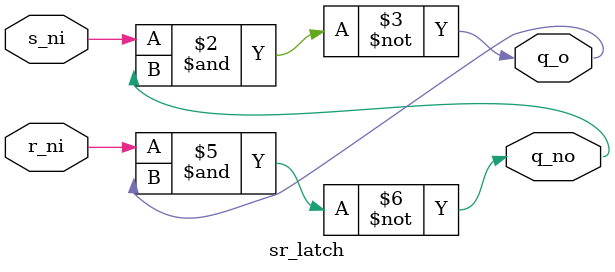
<source format=sv>
module sr_latch (
    input  logic s_ni,
    input  logic r_ni,
    output logic q_o,
    output logic q_no
);

  always_comb q_o = ~(s_ni & q_no);
  always_comb q_no = ~(r_ni & q_o);

endmodule

</source>
